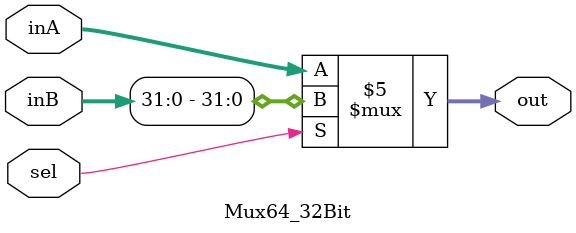
<source format=v>
`timescale 1ns / 1ps

module Mux64_32Bit(out, inA, inB, sel);

    input [31:0] inA;
    input [63:0] inB;
    input sel;
    output reg [31:0] out;
    
    initial begin   
        out <= 0;
    end    
    
    always @(inA or inB or sel) begin
        if(sel == 0)
            out = inA;
        else
            out = inB[31:0];
     end           
endmodule

</source>
